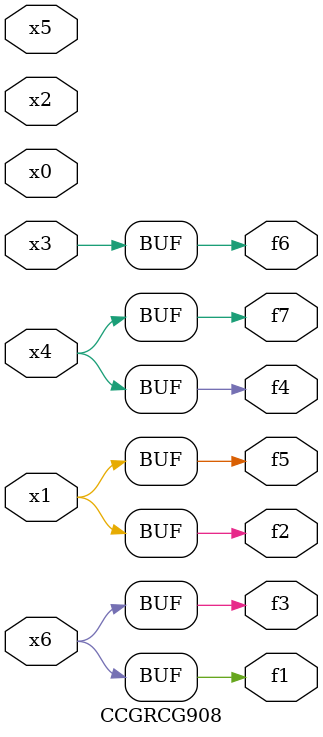
<source format=v>
module CCGRCG908(
	input x0, x1, x2, x3, x4, x5, x6,
	output f1, f2, f3, f4, f5, f6, f7
);
	assign f1 = x6;
	assign f2 = x1;
	assign f3 = x6;
	assign f4 = x4;
	assign f5 = x1;
	assign f6 = x3;
	assign f7 = x4;
endmodule

</source>
